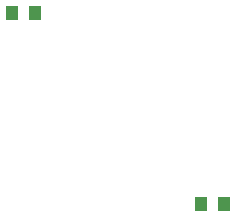
<source format=gbr>
G04 #@! TF.GenerationSoftware,KiCad,Pcbnew,(5.0.1)-rc2*
G04 #@! TF.CreationDate,2020-12-06T20:15:16+01:00*
G04 #@! TF.ProjectId,A600_ACCEL_RAM,413630305F414343454C5F52414D2E6B,rev?*
G04 #@! TF.SameCoordinates,Original*
G04 #@! TF.FileFunction,Paste,Bot*
G04 #@! TF.FilePolarity,Positive*
%FSLAX46Y46*%
G04 Gerber Fmt 4.6, Leading zero omitted, Abs format (unit mm)*
G04 Created by KiCad (PCBNEW (5.0.1)-rc2) date 06/12/2020 20:15:16*
%MOMM*%
%LPD*%
G01*
G04 APERTURE LIST*
%ADD10R,1.000000X1.250000*%
G04 APERTURE END LIST*
D10*
G04 #@! TO.C,C3*
X81296000Y-117205000D03*
X83296000Y-117205000D03*
G04 #@! TD*
G04 #@! TO.C,C4*
X65294000Y-100965000D03*
X67294000Y-100965000D03*
G04 #@! TD*
M02*

</source>
